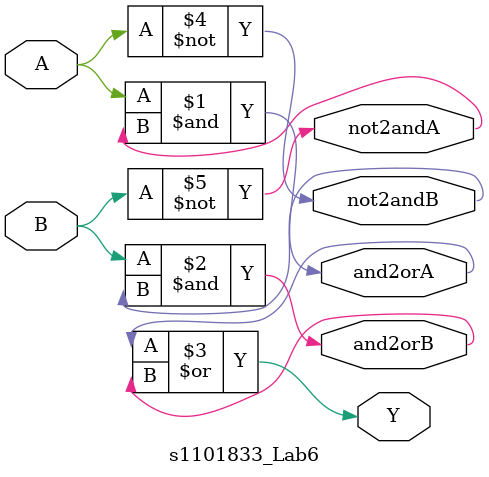
<source format=v>
module s1101833_Lab6 (Y, not2andA, not2andB, and2orA, and2orB, A, B);
output Y; //regular output
output not2andA, not2andB, and2orA, and2orB; //gates' output
input A, B;
wire not2andA, not2andB;
wire and2orA, and2orB;

not #(3) notA (not2andB, A);
not #(3) notB (not2andA, B);

and #(6) andA (and2orA, A, not2andA);
and #(6) andB (and2orB, B, not2andB);

or #(8) or1 (Y, and2orA, and2orB);

endmodule

</source>
